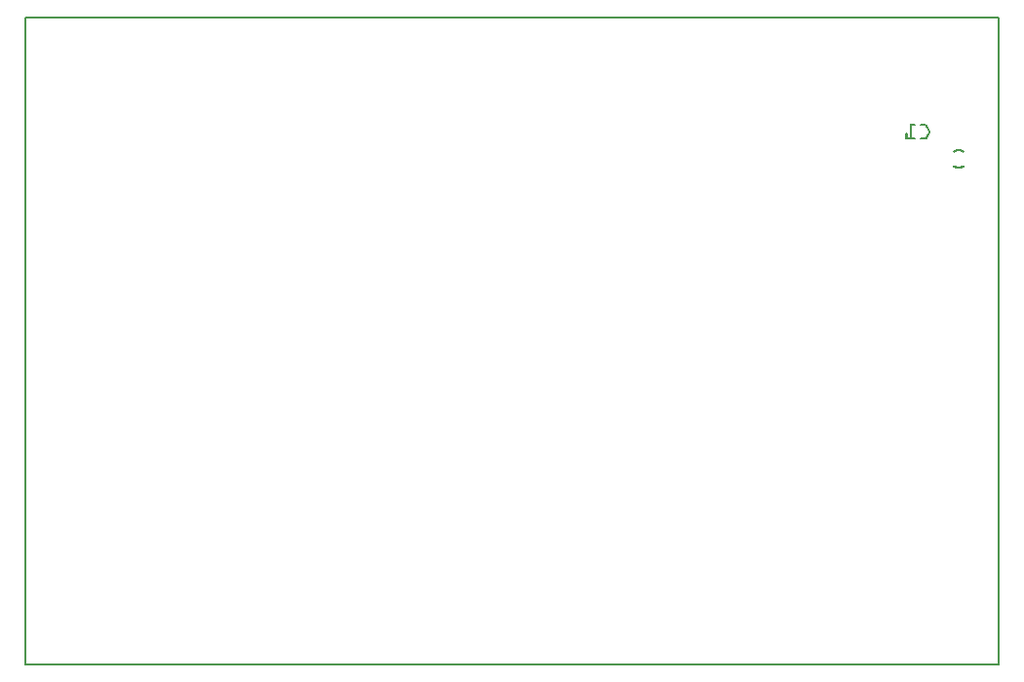
<source format=gbo>
G04 MADE WITH FRITZING*
G04 WWW.FRITZING.ORG*
G04 DOUBLE SIDED*
G04 HOLES PLATED*
G04 CONTOUR ON CENTER OF CONTOUR VECTOR*
%ASAXBY*%
%FSLAX23Y23*%
%MOIN*%
%OFA0B0*%
%SFA1.0B1.0*%
%ADD10R,3.333330X2.222220X3.317330X2.206220*%
%ADD11C,0.008000*%
%ADD12R,0.001000X0.001000*%
%LNSILK0*%
G90*
G70*
G54D11*
X4Y2218D02*
X3329Y2218D01*
X3329Y4D01*
X4Y4D01*
X4Y2218D01*
D02*
G54D12*
X3026Y1853D02*
X3044Y1853D01*
X3064Y1853D02*
X3080Y1853D01*
X3026Y1852D02*
X3045Y1852D01*
X3062Y1852D02*
X3083Y1852D01*
X3026Y1851D02*
X3045Y1851D01*
X3062Y1851D02*
X3084Y1851D01*
X3026Y1850D02*
X3045Y1850D01*
X3062Y1850D02*
X3085Y1850D01*
X3026Y1849D02*
X3045Y1849D01*
X3062Y1849D02*
X3086Y1849D01*
X3026Y1848D02*
X3045Y1848D01*
X3062Y1848D02*
X3086Y1848D01*
X3026Y1847D02*
X3044Y1847D01*
X3064Y1847D02*
X3087Y1847D01*
X3026Y1846D02*
X3032Y1846D01*
X3080Y1846D02*
X3087Y1846D01*
X3026Y1845D02*
X3032Y1845D01*
X3081Y1845D02*
X3088Y1845D01*
X3026Y1844D02*
X3032Y1844D01*
X3081Y1844D02*
X3088Y1844D01*
X3026Y1843D02*
X3032Y1843D01*
X3082Y1843D02*
X3089Y1843D01*
X3026Y1842D02*
X3032Y1842D01*
X3083Y1842D02*
X3089Y1842D01*
X3026Y1841D02*
X3032Y1841D01*
X3083Y1841D02*
X3090Y1841D01*
X3026Y1840D02*
X3032Y1840D01*
X3084Y1840D02*
X3090Y1840D01*
X3026Y1839D02*
X3032Y1839D01*
X3084Y1839D02*
X3091Y1839D01*
X3026Y1838D02*
X3032Y1838D01*
X3085Y1838D02*
X3091Y1838D01*
X3026Y1837D02*
X3032Y1837D01*
X3085Y1837D02*
X3092Y1837D01*
X3026Y1836D02*
X3032Y1836D01*
X3086Y1836D02*
X3092Y1836D01*
X3026Y1835D02*
X3032Y1835D01*
X3086Y1835D02*
X3093Y1835D01*
X3026Y1834D02*
X3032Y1834D01*
X3087Y1834D02*
X3093Y1834D01*
X3026Y1833D02*
X3032Y1833D01*
X3087Y1833D02*
X3094Y1833D01*
X3026Y1832D02*
X3032Y1832D01*
X3088Y1832D02*
X3094Y1832D01*
X3026Y1831D02*
X3032Y1831D01*
X3088Y1831D02*
X3095Y1831D01*
X3026Y1830D02*
X3032Y1830D01*
X3089Y1830D02*
X3095Y1830D01*
X3026Y1829D02*
X3032Y1829D01*
X3089Y1829D02*
X3095Y1829D01*
X3026Y1828D02*
X3032Y1828D01*
X3089Y1828D02*
X3095Y1828D01*
X3026Y1827D02*
X3032Y1827D01*
X3089Y1827D02*
X3095Y1827D01*
X3026Y1826D02*
X3032Y1826D01*
X3089Y1826D02*
X3095Y1826D01*
X3026Y1825D02*
X3032Y1825D01*
X3089Y1825D02*
X3095Y1825D01*
X3015Y1824D02*
X3015Y1824D01*
X3026Y1824D02*
X3032Y1824D01*
X3089Y1824D02*
X3095Y1824D01*
X3013Y1823D02*
X3017Y1823D01*
X3026Y1823D02*
X3032Y1823D01*
X3089Y1823D02*
X3095Y1823D01*
X3012Y1822D02*
X3017Y1822D01*
X3026Y1822D02*
X3032Y1822D01*
X3088Y1822D02*
X3095Y1822D01*
X3012Y1821D02*
X3018Y1821D01*
X3026Y1821D02*
X3032Y1821D01*
X3088Y1821D02*
X3094Y1821D01*
X3012Y1820D02*
X3018Y1820D01*
X3026Y1820D02*
X3032Y1820D01*
X3087Y1820D02*
X3094Y1820D01*
X3012Y1819D02*
X3018Y1819D01*
X3026Y1819D02*
X3032Y1819D01*
X3087Y1819D02*
X3093Y1819D01*
X3012Y1818D02*
X3018Y1818D01*
X3026Y1818D02*
X3032Y1818D01*
X3086Y1818D02*
X3093Y1818D01*
X3012Y1817D02*
X3018Y1817D01*
X3026Y1817D02*
X3032Y1817D01*
X3086Y1817D02*
X3092Y1817D01*
X3012Y1816D02*
X3018Y1816D01*
X3026Y1816D02*
X3032Y1816D01*
X3085Y1816D02*
X3092Y1816D01*
X3012Y1815D02*
X3018Y1815D01*
X3026Y1815D02*
X3032Y1815D01*
X3085Y1815D02*
X3091Y1815D01*
X3012Y1814D02*
X3018Y1814D01*
X3026Y1814D02*
X3032Y1814D01*
X3084Y1814D02*
X3091Y1814D01*
X3012Y1813D02*
X3018Y1813D01*
X3026Y1813D02*
X3032Y1813D01*
X3084Y1813D02*
X3090Y1813D01*
X3012Y1812D02*
X3018Y1812D01*
X3026Y1812D02*
X3032Y1812D01*
X3083Y1812D02*
X3090Y1812D01*
X3012Y1811D02*
X3018Y1811D01*
X3026Y1811D02*
X3032Y1811D01*
X3083Y1811D02*
X3089Y1811D01*
X3012Y1810D02*
X3018Y1810D01*
X3026Y1810D02*
X3032Y1810D01*
X3082Y1810D02*
X3089Y1810D01*
X3012Y1809D02*
X3018Y1809D01*
X3026Y1809D02*
X3032Y1809D01*
X3082Y1809D02*
X3088Y1809D01*
X3012Y1808D02*
X3018Y1808D01*
X3026Y1808D02*
X3032Y1808D01*
X3081Y1808D02*
X3088Y1808D01*
X3012Y1807D02*
X3018Y1807D01*
X3026Y1807D02*
X3032Y1807D01*
X3080Y1807D02*
X3087Y1807D01*
X3012Y1806D02*
X3043Y1806D01*
X3064Y1806D02*
X3087Y1806D01*
X3012Y1805D02*
X3044Y1805D01*
X3063Y1805D02*
X3086Y1805D01*
X3012Y1804D02*
X3045Y1804D01*
X3062Y1804D02*
X3086Y1804D01*
X3012Y1803D02*
X3045Y1803D01*
X3062Y1803D02*
X3085Y1803D01*
X3012Y1802D02*
X3045Y1802D01*
X3062Y1802D02*
X3084Y1802D01*
X3012Y1801D02*
X3045Y1801D01*
X3062Y1801D02*
X3083Y1801D01*
X3013Y1800D02*
X3044Y1800D01*
X3063Y1800D02*
X3081Y1800D01*
X3189Y1767D02*
X3199Y1767D01*
X3184Y1766D02*
X3203Y1766D01*
X3182Y1765D02*
X3206Y1765D01*
X3179Y1764D02*
X3208Y1764D01*
X3177Y1763D02*
X3210Y1763D01*
X3176Y1762D02*
X3211Y1762D01*
X3174Y1761D02*
X3213Y1761D01*
X3174Y1760D02*
X3213Y1760D01*
X3175Y1759D02*
X3187Y1759D01*
X3200Y1759D02*
X3212Y1759D01*
X3176Y1758D02*
X3184Y1758D01*
X3203Y1758D02*
X3211Y1758D01*
X3176Y1757D02*
X3182Y1757D01*
X3205Y1757D02*
X3211Y1757D01*
X3177Y1756D02*
X3180Y1756D01*
X3207Y1756D02*
X3210Y1756D01*
X3178Y1755D02*
X3179Y1755D01*
X3209Y1755D02*
X3209Y1755D01*
X3177Y1712D02*
X3179Y1712D01*
X3208Y1712D02*
X3210Y1712D01*
X3177Y1711D02*
X3181Y1711D01*
X3207Y1711D02*
X3210Y1711D01*
X3176Y1710D02*
X3182Y1710D01*
X3205Y1710D02*
X3211Y1710D01*
X3175Y1709D02*
X3185Y1709D01*
X3202Y1709D02*
X3212Y1709D01*
X3175Y1708D02*
X3188Y1708D01*
X3199Y1708D02*
X3212Y1708D01*
X3174Y1707D02*
X3213Y1707D01*
X3175Y1706D02*
X3212Y1706D01*
X3176Y1705D02*
X3211Y1705D01*
X3178Y1704D02*
X3209Y1704D01*
X3180Y1703D02*
X3207Y1703D01*
X3182Y1702D02*
X3205Y1702D01*
X3186Y1701D02*
X3202Y1701D01*
X3191Y1700D02*
X3196Y1700D01*
D02*
G04 End of Silk0*
M02*
</source>
